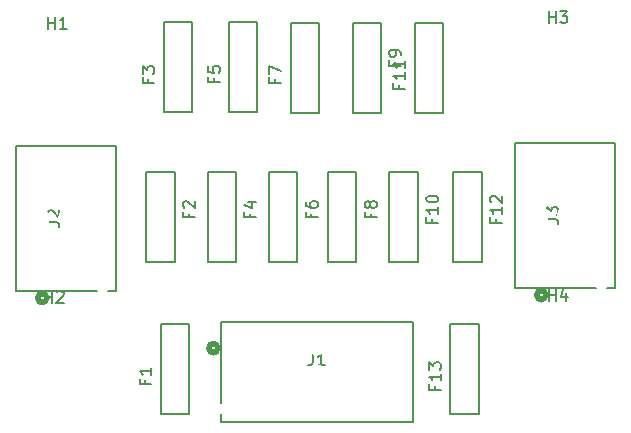
<source format=gto>
%TF.GenerationSoftware,KiCad,Pcbnew,9.0.1*%
%TF.CreationDate,2025-04-11T17:38:00-07:00*%
%TF.ProjectId,CellTapFuses_V3,43656c6c-5461-4704-9675-7365735f5633,rev?*%
%TF.SameCoordinates,Original*%
%TF.FileFunction,Legend,Top*%
%TF.FilePolarity,Positive*%
%FSLAX46Y46*%
G04 Gerber Fmt 4.6, Leading zero omitted, Abs format (unit mm)*
G04 Created by KiCad (PCBNEW 9.0.1) date 2025-04-11 17:38:00*
%MOMM*%
%LPD*%
G01*
G04 APERTURE LIST*
%ADD10C,0.150000*%
%ADD11C,0.127000*%
%ADD12C,0.152400*%
%ADD13C,0.508000*%
%ADD14C,1.601000*%
%ADD15C,4.300000*%
%ADD16C,1.397000*%
%ADD17C,1.346200*%
G04 APERTURE END LIST*
D10*
X65966009Y-83194523D02*
X65966009Y-83527856D01*
X66489819Y-83527856D02*
X65489819Y-83527856D01*
X65489819Y-83527856D02*
X65489819Y-83051666D01*
X66489819Y-82146904D02*
X66489819Y-82718332D01*
X66489819Y-82432618D02*
X65489819Y-82432618D01*
X65489819Y-82432618D02*
X65632676Y-82527856D01*
X65632676Y-82527856D02*
X65727914Y-82623094D01*
X65727914Y-82623094D02*
X65775533Y-82718332D01*
X66489819Y-81194523D02*
X66489819Y-81765951D01*
X66489819Y-81480237D02*
X65489819Y-81480237D01*
X65489819Y-81480237D02*
X65632676Y-81575475D01*
X65632676Y-81575475D02*
X65727914Y-81670713D01*
X65727914Y-81670713D02*
X65775533Y-81765951D01*
X68966009Y-108694523D02*
X68966009Y-109027856D01*
X69489819Y-109027856D02*
X68489819Y-109027856D01*
X68489819Y-109027856D02*
X68489819Y-108551666D01*
X69489819Y-107646904D02*
X69489819Y-108218332D01*
X69489819Y-107932618D02*
X68489819Y-107932618D01*
X68489819Y-107932618D02*
X68632676Y-108027856D01*
X68632676Y-108027856D02*
X68727914Y-108123094D01*
X68727914Y-108123094D02*
X68775533Y-108218332D01*
X68489819Y-107313570D02*
X68489819Y-106694523D01*
X68489819Y-106694523D02*
X68870771Y-107027856D01*
X68870771Y-107027856D02*
X68870771Y-106884999D01*
X68870771Y-106884999D02*
X68918390Y-106789761D01*
X68918390Y-106789761D02*
X68966009Y-106742142D01*
X68966009Y-106742142D02*
X69061247Y-106694523D01*
X69061247Y-106694523D02*
X69299342Y-106694523D01*
X69299342Y-106694523D02*
X69394580Y-106742142D01*
X69394580Y-106742142D02*
X69442200Y-106789761D01*
X69442200Y-106789761D02*
X69489819Y-106884999D01*
X69489819Y-106884999D02*
X69489819Y-107170713D01*
X69489819Y-107170713D02*
X69442200Y-107265951D01*
X69442200Y-107265951D02*
X69394580Y-107313570D01*
X44466009Y-108218333D02*
X44466009Y-108551666D01*
X44989819Y-108551666D02*
X43989819Y-108551666D01*
X43989819Y-108551666D02*
X43989819Y-108075476D01*
X44989819Y-107170714D02*
X44989819Y-107742142D01*
X44989819Y-107456428D02*
X43989819Y-107456428D01*
X43989819Y-107456428D02*
X44132676Y-107551666D01*
X44132676Y-107551666D02*
X44227914Y-107646904D01*
X44227914Y-107646904D02*
X44275533Y-107742142D01*
X63546009Y-94098335D02*
X63546009Y-94431668D01*
X64069819Y-94431668D02*
X63069819Y-94431668D01*
X63069819Y-94431668D02*
X63069819Y-93955478D01*
X63498390Y-93431668D02*
X63450771Y-93526906D01*
X63450771Y-93526906D02*
X63403152Y-93574525D01*
X63403152Y-93574525D02*
X63307914Y-93622144D01*
X63307914Y-93622144D02*
X63260295Y-93622144D01*
X63260295Y-93622144D02*
X63165057Y-93574525D01*
X63165057Y-93574525D02*
X63117438Y-93526906D01*
X63117438Y-93526906D02*
X63069819Y-93431668D01*
X63069819Y-93431668D02*
X63069819Y-93241192D01*
X63069819Y-93241192D02*
X63117438Y-93145954D01*
X63117438Y-93145954D02*
X63165057Y-93098335D01*
X63165057Y-93098335D02*
X63260295Y-93050716D01*
X63260295Y-93050716D02*
X63307914Y-93050716D01*
X63307914Y-93050716D02*
X63403152Y-93098335D01*
X63403152Y-93098335D02*
X63450771Y-93145954D01*
X63450771Y-93145954D02*
X63498390Y-93241192D01*
X63498390Y-93241192D02*
X63498390Y-93431668D01*
X63498390Y-93431668D02*
X63546009Y-93526906D01*
X63546009Y-93526906D02*
X63593628Y-93574525D01*
X63593628Y-93574525D02*
X63688866Y-93622144D01*
X63688866Y-93622144D02*
X63879342Y-93622144D01*
X63879342Y-93622144D02*
X63974580Y-93574525D01*
X63974580Y-93574525D02*
X64022200Y-93526906D01*
X64022200Y-93526906D02*
X64069819Y-93431668D01*
X64069819Y-93431668D02*
X64069819Y-93241192D01*
X64069819Y-93241192D02*
X64022200Y-93145954D01*
X64022200Y-93145954D02*
X63974580Y-93098335D01*
X63974580Y-93098335D02*
X63879342Y-93050716D01*
X63879342Y-93050716D02*
X63688866Y-93050716D01*
X63688866Y-93050716D02*
X63593628Y-93098335D01*
X63593628Y-93098335D02*
X63546009Y-93145954D01*
X63546009Y-93145954D02*
X63498390Y-93241192D01*
X35988095Y-101654819D02*
X35988095Y-100654819D01*
X35988095Y-101131009D02*
X36559523Y-101131009D01*
X36559523Y-101654819D02*
X36559523Y-100654819D01*
X36988095Y-100750057D02*
X37035714Y-100702438D01*
X37035714Y-100702438D02*
X37130952Y-100654819D01*
X37130952Y-100654819D02*
X37369047Y-100654819D01*
X37369047Y-100654819D02*
X37464285Y-100702438D01*
X37464285Y-100702438D02*
X37511904Y-100750057D01*
X37511904Y-100750057D02*
X37559523Y-100845295D01*
X37559523Y-100845295D02*
X37559523Y-100940533D01*
X37559523Y-100940533D02*
X37511904Y-101083390D01*
X37511904Y-101083390D02*
X36940476Y-101654819D01*
X36940476Y-101654819D02*
X37559523Y-101654819D01*
X58546009Y-94098335D02*
X58546009Y-94431668D01*
X59069819Y-94431668D02*
X58069819Y-94431668D01*
X58069819Y-94431668D02*
X58069819Y-93955478D01*
X58069819Y-93145954D02*
X58069819Y-93336430D01*
X58069819Y-93336430D02*
X58117438Y-93431668D01*
X58117438Y-93431668D02*
X58165057Y-93479287D01*
X58165057Y-93479287D02*
X58307914Y-93574525D01*
X58307914Y-93574525D02*
X58498390Y-93622144D01*
X58498390Y-93622144D02*
X58879342Y-93622144D01*
X58879342Y-93622144D02*
X58974580Y-93574525D01*
X58974580Y-93574525D02*
X59022200Y-93526906D01*
X59022200Y-93526906D02*
X59069819Y-93431668D01*
X59069819Y-93431668D02*
X59069819Y-93241192D01*
X59069819Y-93241192D02*
X59022200Y-93145954D01*
X59022200Y-93145954D02*
X58974580Y-93098335D01*
X58974580Y-93098335D02*
X58879342Y-93050716D01*
X58879342Y-93050716D02*
X58641247Y-93050716D01*
X58641247Y-93050716D02*
X58546009Y-93098335D01*
X58546009Y-93098335D02*
X58498390Y-93145954D01*
X58498390Y-93145954D02*
X58450771Y-93241192D01*
X58450771Y-93241192D02*
X58450771Y-93431668D01*
X58450771Y-93431668D02*
X58498390Y-93526906D01*
X58498390Y-93526906D02*
X58546009Y-93574525D01*
X58546009Y-93574525D02*
X58641247Y-93622144D01*
X55466009Y-82718333D02*
X55466009Y-83051666D01*
X55989819Y-83051666D02*
X54989819Y-83051666D01*
X54989819Y-83051666D02*
X54989819Y-82575476D01*
X54989819Y-82289761D02*
X54989819Y-81623095D01*
X54989819Y-81623095D02*
X55989819Y-82051666D01*
X74146009Y-94574525D02*
X74146009Y-94907858D01*
X74669819Y-94907858D02*
X73669819Y-94907858D01*
X73669819Y-94907858D02*
X73669819Y-94431668D01*
X74669819Y-93526906D02*
X74669819Y-94098334D01*
X74669819Y-93812620D02*
X73669819Y-93812620D01*
X73669819Y-93812620D02*
X73812676Y-93907858D01*
X73812676Y-93907858D02*
X73907914Y-94003096D01*
X73907914Y-94003096D02*
X73955533Y-94098334D01*
X73765057Y-93145953D02*
X73717438Y-93098334D01*
X73717438Y-93098334D02*
X73669819Y-93003096D01*
X73669819Y-93003096D02*
X73669819Y-92765001D01*
X73669819Y-92765001D02*
X73717438Y-92669763D01*
X73717438Y-92669763D02*
X73765057Y-92622144D01*
X73765057Y-92622144D02*
X73860295Y-92574525D01*
X73860295Y-92574525D02*
X73955533Y-92574525D01*
X73955533Y-92574525D02*
X74098390Y-92622144D01*
X74098390Y-92622144D02*
X74669819Y-93193572D01*
X74669819Y-93193572D02*
X74669819Y-92574525D01*
X36238095Y-78454819D02*
X36238095Y-77454819D01*
X36238095Y-77931009D02*
X36809523Y-77931009D01*
X36809523Y-78454819D02*
X36809523Y-77454819D01*
X37809523Y-78454819D02*
X37238095Y-78454819D01*
X37523809Y-78454819D02*
X37523809Y-77454819D01*
X37523809Y-77454819D02*
X37428571Y-77597676D01*
X37428571Y-77597676D02*
X37333333Y-77692914D01*
X37333333Y-77692914D02*
X37238095Y-77740533D01*
X58666666Y-105954819D02*
X58666666Y-106669104D01*
X58666666Y-106669104D02*
X58619047Y-106811961D01*
X58619047Y-106811961D02*
X58523809Y-106907200D01*
X58523809Y-106907200D02*
X58380952Y-106954819D01*
X58380952Y-106954819D02*
X58285714Y-106954819D01*
X59666666Y-106954819D02*
X59095238Y-106954819D01*
X59380952Y-106954819D02*
X59380952Y-105954819D01*
X59380952Y-105954819D02*
X59285714Y-106097676D01*
X59285714Y-106097676D02*
X59190476Y-106192914D01*
X59190476Y-106192914D02*
X59095238Y-106240533D01*
X78638095Y-77954819D02*
X78638095Y-76954819D01*
X78638095Y-77431009D02*
X79209523Y-77431009D01*
X79209523Y-77954819D02*
X79209523Y-76954819D01*
X79590476Y-76954819D02*
X80209523Y-76954819D01*
X80209523Y-76954819D02*
X79876190Y-77335771D01*
X79876190Y-77335771D02*
X80019047Y-77335771D01*
X80019047Y-77335771D02*
X80114285Y-77383390D01*
X80114285Y-77383390D02*
X80161904Y-77431009D01*
X80161904Y-77431009D02*
X80209523Y-77526247D01*
X80209523Y-77526247D02*
X80209523Y-77764342D01*
X80209523Y-77764342D02*
X80161904Y-77859580D01*
X80161904Y-77859580D02*
X80114285Y-77907200D01*
X80114285Y-77907200D02*
X80019047Y-77954819D01*
X80019047Y-77954819D02*
X79733333Y-77954819D01*
X79733333Y-77954819D02*
X79638095Y-77907200D01*
X79638095Y-77907200D02*
X79590476Y-77859580D01*
X50281009Y-82643333D02*
X50281009Y-82976666D01*
X50804819Y-82976666D02*
X49804819Y-82976666D01*
X49804819Y-82976666D02*
X49804819Y-82500476D01*
X49804819Y-81643333D02*
X49804819Y-82119523D01*
X49804819Y-82119523D02*
X50281009Y-82167142D01*
X50281009Y-82167142D02*
X50233390Y-82119523D01*
X50233390Y-82119523D02*
X50185771Y-82024285D01*
X50185771Y-82024285D02*
X50185771Y-81786190D01*
X50185771Y-81786190D02*
X50233390Y-81690952D01*
X50233390Y-81690952D02*
X50281009Y-81643333D01*
X50281009Y-81643333D02*
X50376247Y-81595714D01*
X50376247Y-81595714D02*
X50614342Y-81595714D01*
X50614342Y-81595714D02*
X50709580Y-81643333D01*
X50709580Y-81643333D02*
X50757200Y-81690952D01*
X50757200Y-81690952D02*
X50804819Y-81786190D01*
X50804819Y-81786190D02*
X50804819Y-82024285D01*
X50804819Y-82024285D02*
X50757200Y-82119523D01*
X50757200Y-82119523D02*
X50709580Y-82167142D01*
X68746009Y-94574525D02*
X68746009Y-94907858D01*
X69269819Y-94907858D02*
X68269819Y-94907858D01*
X68269819Y-94907858D02*
X68269819Y-94431668D01*
X69269819Y-93526906D02*
X69269819Y-94098334D01*
X69269819Y-93812620D02*
X68269819Y-93812620D01*
X68269819Y-93812620D02*
X68412676Y-93907858D01*
X68412676Y-93907858D02*
X68507914Y-94003096D01*
X68507914Y-94003096D02*
X68555533Y-94098334D01*
X68269819Y-92907858D02*
X68269819Y-92812620D01*
X68269819Y-92812620D02*
X68317438Y-92717382D01*
X68317438Y-92717382D02*
X68365057Y-92669763D01*
X68365057Y-92669763D02*
X68460295Y-92622144D01*
X68460295Y-92622144D02*
X68650771Y-92574525D01*
X68650771Y-92574525D02*
X68888866Y-92574525D01*
X68888866Y-92574525D02*
X69079342Y-92622144D01*
X69079342Y-92622144D02*
X69174580Y-92669763D01*
X69174580Y-92669763D02*
X69222200Y-92717382D01*
X69222200Y-92717382D02*
X69269819Y-92812620D01*
X69269819Y-92812620D02*
X69269819Y-92907858D01*
X69269819Y-92907858D02*
X69222200Y-93003096D01*
X69222200Y-93003096D02*
X69174580Y-93050715D01*
X69174580Y-93050715D02*
X69079342Y-93098334D01*
X69079342Y-93098334D02*
X68888866Y-93145953D01*
X68888866Y-93145953D02*
X68650771Y-93145953D01*
X68650771Y-93145953D02*
X68460295Y-93098334D01*
X68460295Y-93098334D02*
X68365057Y-93050715D01*
X68365057Y-93050715D02*
X68317438Y-93003096D01*
X68317438Y-93003096D02*
X68269819Y-92907858D01*
X53346009Y-94098335D02*
X53346009Y-94431668D01*
X53869819Y-94431668D02*
X52869819Y-94431668D01*
X52869819Y-94431668D02*
X52869819Y-93955478D01*
X53203152Y-93145954D02*
X53869819Y-93145954D01*
X52822200Y-93384049D02*
X53536485Y-93622144D01*
X53536485Y-93622144D02*
X53536485Y-93003097D01*
X78638095Y-101504819D02*
X78638095Y-100504819D01*
X78638095Y-100981009D02*
X79209523Y-100981009D01*
X79209523Y-101504819D02*
X79209523Y-100504819D01*
X80114285Y-100838152D02*
X80114285Y-101504819D01*
X79876190Y-100457200D02*
X79638095Y-101171485D01*
X79638095Y-101171485D02*
X80257142Y-101171485D01*
X48146009Y-94098335D02*
X48146009Y-94431668D01*
X48669819Y-94431668D02*
X47669819Y-94431668D01*
X47669819Y-94431668D02*
X47669819Y-93955478D01*
X47765057Y-93622144D02*
X47717438Y-93574525D01*
X47717438Y-93574525D02*
X47669819Y-93479287D01*
X47669819Y-93479287D02*
X47669819Y-93241192D01*
X47669819Y-93241192D02*
X47717438Y-93145954D01*
X47717438Y-93145954D02*
X47765057Y-93098335D01*
X47765057Y-93098335D02*
X47860295Y-93050716D01*
X47860295Y-93050716D02*
X47955533Y-93050716D01*
X47955533Y-93050716D02*
X48098390Y-93098335D01*
X48098390Y-93098335D02*
X48669819Y-93669763D01*
X48669819Y-93669763D02*
X48669819Y-93050716D01*
X78454818Y-94583333D02*
X79169103Y-94583333D01*
X79169103Y-94583333D02*
X79311960Y-94630952D01*
X79311960Y-94630952D02*
X79407199Y-94726190D01*
X79407199Y-94726190D02*
X79454818Y-94869047D01*
X79454818Y-94869047D02*
X79454818Y-94964285D01*
X78454818Y-94202380D02*
X78454818Y-93583333D01*
X78454818Y-93583333D02*
X78835770Y-93916666D01*
X78835770Y-93916666D02*
X78835770Y-93773809D01*
X78835770Y-93773809D02*
X78883389Y-93678571D01*
X78883389Y-93678571D02*
X78931008Y-93630952D01*
X78931008Y-93630952D02*
X79026246Y-93583333D01*
X79026246Y-93583333D02*
X79264341Y-93583333D01*
X79264341Y-93583333D02*
X79359579Y-93630952D01*
X79359579Y-93630952D02*
X79407199Y-93678571D01*
X79407199Y-93678571D02*
X79454818Y-93773809D01*
X79454818Y-93773809D02*
X79454818Y-94059523D01*
X79454818Y-94059523D02*
X79407199Y-94154761D01*
X79407199Y-94154761D02*
X79359579Y-94202380D01*
X44716009Y-82678333D02*
X44716009Y-83011666D01*
X45239819Y-83011666D02*
X44239819Y-83011666D01*
X44239819Y-83011666D02*
X44239819Y-82535476D01*
X44239819Y-82249761D02*
X44239819Y-81630714D01*
X44239819Y-81630714D02*
X44620771Y-81964047D01*
X44620771Y-81964047D02*
X44620771Y-81821190D01*
X44620771Y-81821190D02*
X44668390Y-81725952D01*
X44668390Y-81725952D02*
X44716009Y-81678333D01*
X44716009Y-81678333D02*
X44811247Y-81630714D01*
X44811247Y-81630714D02*
X45049342Y-81630714D01*
X45049342Y-81630714D02*
X45144580Y-81678333D01*
X45144580Y-81678333D02*
X45192200Y-81725952D01*
X45192200Y-81725952D02*
X45239819Y-81821190D01*
X45239819Y-81821190D02*
X45239819Y-82106904D01*
X45239819Y-82106904D02*
X45192200Y-82202142D01*
X45192200Y-82202142D02*
X45144580Y-82249761D01*
X36204818Y-94833334D02*
X36919103Y-94833334D01*
X36919103Y-94833334D02*
X37061960Y-94880953D01*
X37061960Y-94880953D02*
X37157199Y-94976191D01*
X37157199Y-94976191D02*
X37204818Y-95119048D01*
X37204818Y-95119048D02*
X37204818Y-95214286D01*
X36300056Y-94404762D02*
X36252437Y-94357143D01*
X36252437Y-94357143D02*
X36204818Y-94261905D01*
X36204818Y-94261905D02*
X36204818Y-94023810D01*
X36204818Y-94023810D02*
X36252437Y-93928572D01*
X36252437Y-93928572D02*
X36300056Y-93880953D01*
X36300056Y-93880953D02*
X36395294Y-93833334D01*
X36395294Y-93833334D02*
X36490532Y-93833334D01*
X36490532Y-93833334D02*
X36633389Y-93880953D01*
X36633389Y-93880953D02*
X37204818Y-94452381D01*
X37204818Y-94452381D02*
X37204818Y-93833334D01*
X65581009Y-81283333D02*
X65581009Y-81616666D01*
X66104819Y-81616666D02*
X65104819Y-81616666D01*
X65104819Y-81616666D02*
X65104819Y-81140476D01*
X66104819Y-80711904D02*
X66104819Y-80521428D01*
X66104819Y-80521428D02*
X66057200Y-80426190D01*
X66057200Y-80426190D02*
X66009580Y-80378571D01*
X66009580Y-80378571D02*
X65866723Y-80283333D01*
X65866723Y-80283333D02*
X65676247Y-80235714D01*
X65676247Y-80235714D02*
X65295295Y-80235714D01*
X65295295Y-80235714D02*
X65200057Y-80283333D01*
X65200057Y-80283333D02*
X65152438Y-80330952D01*
X65152438Y-80330952D02*
X65104819Y-80426190D01*
X65104819Y-80426190D02*
X65104819Y-80616666D01*
X65104819Y-80616666D02*
X65152438Y-80711904D01*
X65152438Y-80711904D02*
X65200057Y-80759523D01*
X65200057Y-80759523D02*
X65295295Y-80807142D01*
X65295295Y-80807142D02*
X65533390Y-80807142D01*
X65533390Y-80807142D02*
X65628628Y-80759523D01*
X65628628Y-80759523D02*
X65676247Y-80711904D01*
X65676247Y-80711904D02*
X65723866Y-80616666D01*
X65723866Y-80616666D02*
X65723866Y-80426190D01*
X65723866Y-80426190D02*
X65676247Y-80330952D01*
X65676247Y-80330952D02*
X65628628Y-80283333D01*
X65628628Y-80283333D02*
X65533390Y-80235714D01*
D11*
%TO.C,F11*%
X67295000Y-77940000D02*
X69705000Y-77940000D01*
X67295000Y-85560000D02*
X67295000Y-77940000D01*
X69705000Y-77940000D02*
X69705000Y-85560000D01*
X69705000Y-85560000D02*
X67295000Y-85560000D01*
%TO.C,F13*%
X70295000Y-103440000D02*
X72705000Y-103440000D01*
X70295000Y-111060000D02*
X70295000Y-103440000D01*
X72705000Y-103440000D02*
X72705000Y-111060000D01*
X72705000Y-111060000D02*
X70295000Y-111060000D01*
%TO.C,F1*%
X45795000Y-103440000D02*
X48205000Y-103440000D01*
X45795000Y-111060000D02*
X45795000Y-103440000D01*
X48205000Y-103440000D02*
X48205000Y-111060000D01*
X48205000Y-111060000D02*
X45795000Y-111060000D01*
%TO.C,F8*%
X59945000Y-90590002D02*
X62355000Y-90590002D01*
X59945000Y-98210002D02*
X59945000Y-90590002D01*
X62355000Y-90590002D02*
X62355000Y-98210002D01*
X62355000Y-98210002D02*
X59945000Y-98210002D01*
%TO.C,F6*%
X54945000Y-90590002D02*
X57355000Y-90590002D01*
X54945000Y-98210002D02*
X54945000Y-90590002D01*
X57355000Y-90590002D02*
X57355000Y-98210002D01*
X57355000Y-98210002D02*
X54945000Y-98210002D01*
%TO.C,F7*%
X56795000Y-77940000D02*
X59205000Y-77940000D01*
X56795000Y-85560000D02*
X56795000Y-77940000D01*
X59205000Y-77940000D02*
X59205000Y-85560000D01*
X59205000Y-85560000D02*
X56795000Y-85560000D01*
%TO.C,F12*%
X70545000Y-90590002D02*
X72955000Y-90590002D01*
X70545000Y-98210002D02*
X70545000Y-90590002D01*
X72955000Y-90590002D02*
X72955000Y-98210002D01*
X72955000Y-98210002D02*
X70545000Y-98210002D01*
D12*
%TO.C,J1*%
X50872000Y-103273001D02*
X50872000Y-110150251D01*
X50872000Y-111049748D02*
X50872000Y-111731201D01*
X50872000Y-111731201D02*
X67128000Y-111731201D01*
X67128000Y-103273001D02*
X50872000Y-103273001D01*
X67128000Y-111731201D02*
X67128000Y-103273001D01*
D13*
X50618000Y-105500000D02*
G75*
G02*
X49856000Y-105500000I-381000J0D01*
G01*
X49856000Y-105500000D02*
G75*
G02*
X50618000Y-105500000I381000J0D01*
G01*
D11*
%TO.C,F5*%
X51545000Y-77900000D02*
X53955000Y-77900000D01*
X51545000Y-85520000D02*
X51545000Y-77900000D01*
X53955000Y-77900000D02*
X53955000Y-85520000D01*
X53955000Y-85520000D02*
X51545000Y-85520000D01*
%TO.C,F10*%
X65145000Y-90590002D02*
X67555000Y-90590002D01*
X65145000Y-98210002D02*
X65145000Y-90590002D01*
X67555000Y-90590002D02*
X67555000Y-98210002D01*
X67555000Y-98210002D02*
X65145000Y-98210002D01*
%TO.C,F4*%
X49745000Y-90590002D02*
X52155000Y-90590002D01*
X49745000Y-98210002D02*
X49745000Y-90590002D01*
X52155000Y-90590002D02*
X52155000Y-98210002D01*
X52155000Y-98210002D02*
X49745000Y-98210002D01*
%TO.C,F2*%
X44545000Y-90590002D02*
X46955000Y-90590002D01*
X44545000Y-98210002D02*
X44545000Y-90590002D01*
X46955000Y-90590002D02*
X46955000Y-98210002D01*
X46955000Y-98210002D02*
X44545000Y-98210002D01*
D12*
%TO.C,J3*%
X75773000Y-88128600D02*
X75773000Y-100371400D01*
X75773000Y-100371400D02*
X82636881Y-100371400D01*
X83563116Y-100371400D02*
X84231200Y-100371400D01*
X84231200Y-88128600D02*
X75773000Y-88128600D01*
X84231200Y-100371400D02*
X84231200Y-88128600D01*
D13*
X78380999Y-101006400D02*
G75*
G02*
X77618999Y-101006400I-381000J0D01*
G01*
X77618999Y-101006400D02*
G75*
G02*
X78380999Y-101006400I381000J0D01*
G01*
D11*
%TO.C,F3*%
X46045000Y-77900000D02*
X48455000Y-77900000D01*
X46045000Y-85520000D02*
X46045000Y-77900000D01*
X48455000Y-77900000D02*
X48455000Y-85520000D01*
X48455000Y-85520000D02*
X46045000Y-85520000D01*
D12*
%TO.C,J2*%
X33523000Y-88378601D02*
X33523000Y-100621401D01*
X33523000Y-100621401D02*
X40386881Y-100621401D01*
X41313116Y-100621401D02*
X41981200Y-100621401D01*
X41981200Y-88378601D02*
X33523000Y-88378601D01*
X41981200Y-100621401D02*
X41981200Y-88378601D01*
D13*
X36130999Y-101256401D02*
G75*
G02*
X35368999Y-101256401I-381000J0D01*
G01*
X35368999Y-101256401D02*
G75*
G02*
X36130999Y-101256401I381000J0D01*
G01*
D11*
%TO.C,F9*%
X62045000Y-77940000D02*
X64455000Y-77940000D01*
X62045000Y-85560000D02*
X62045000Y-77940000D01*
X64455000Y-77940000D02*
X64455000Y-85560000D01*
X64455000Y-85560000D02*
X62045000Y-85560000D01*
%TD*%
%LPC*%
D14*
%TO.C,F11*%
X68500000Y-84290000D03*
X68500000Y-79210000D03*
%TD*%
%TO.C,F13*%
X71500000Y-109790000D03*
X71500000Y-104710000D03*
%TD*%
%TO.C,F1*%
X47000000Y-109790000D03*
X47000000Y-104710000D03*
%TD*%
%TO.C,F8*%
X61150000Y-91860002D03*
X61150000Y-96940002D03*
%TD*%
D15*
%TO.C,H2*%
X36750000Y-106500000D03*
%TD*%
D14*
%TO.C,F6*%
X56150000Y-91860002D03*
X56150000Y-96940002D03*
%TD*%
%TO.C,F7*%
X58000000Y-84290000D03*
X58000000Y-79210000D03*
%TD*%
%TO.C,F12*%
X71750000Y-91860002D03*
X71750000Y-96940002D03*
%TD*%
D15*
%TO.C,H1*%
X36750000Y-82950000D03*
%TD*%
D16*
%TO.C,J1*%
X51799999Y-110599999D03*
D17*
X52999999Y-105500000D03*
X52999999Y-107500001D03*
X55000000Y-105500000D03*
X55000000Y-107500001D03*
X56999999Y-105500000D03*
X56999999Y-107500001D03*
X59000000Y-105500000D03*
X59000000Y-107500001D03*
X61000001Y-105500000D03*
X61000001Y-107500001D03*
X62999999Y-105500000D03*
X62999999Y-107500001D03*
X65000001Y-105500000D03*
X65000001Y-107500001D03*
%TD*%
D15*
%TO.C,H3*%
X79400000Y-82800000D03*
%TD*%
D14*
%TO.C,F5*%
X52750000Y-84250000D03*
X52750000Y-79170000D03*
%TD*%
%TO.C,F10*%
X66350000Y-91860002D03*
X66350000Y-96940002D03*
%TD*%
%TO.C,F4*%
X50950000Y-91860002D03*
X50950000Y-96940002D03*
%TD*%
D15*
%TO.C,H4*%
X79400000Y-106350000D03*
%TD*%
D14*
%TO.C,F2*%
X45750000Y-91860002D03*
X45750000Y-96940002D03*
%TD*%
D16*
%TO.C,J3*%
X83099998Y-99450000D03*
D17*
X77999999Y-98250000D03*
X80000000Y-98250000D03*
X77999999Y-96250001D03*
X80000000Y-96250001D03*
X77999999Y-94250000D03*
X80000000Y-94250000D03*
X77999999Y-92249999D03*
X80000000Y-92249999D03*
X77999999Y-90250001D03*
X80000000Y-90250001D03*
%TD*%
D14*
%TO.C,F3*%
X47250000Y-84250000D03*
X47250000Y-79170000D03*
%TD*%
D16*
%TO.C,J2*%
X40849998Y-99700001D03*
D17*
X35749999Y-98500001D03*
X37750000Y-98500001D03*
X35749999Y-96500002D03*
X37750000Y-96500002D03*
X35749999Y-94500001D03*
X37750000Y-94500001D03*
X35749999Y-92500000D03*
X37750000Y-92500000D03*
X35749999Y-90500002D03*
X37750000Y-90500002D03*
%TD*%
D14*
%TO.C,F9*%
X63250000Y-84290000D03*
X63250000Y-79210000D03*
%TD*%
%LPD*%
M02*

</source>
